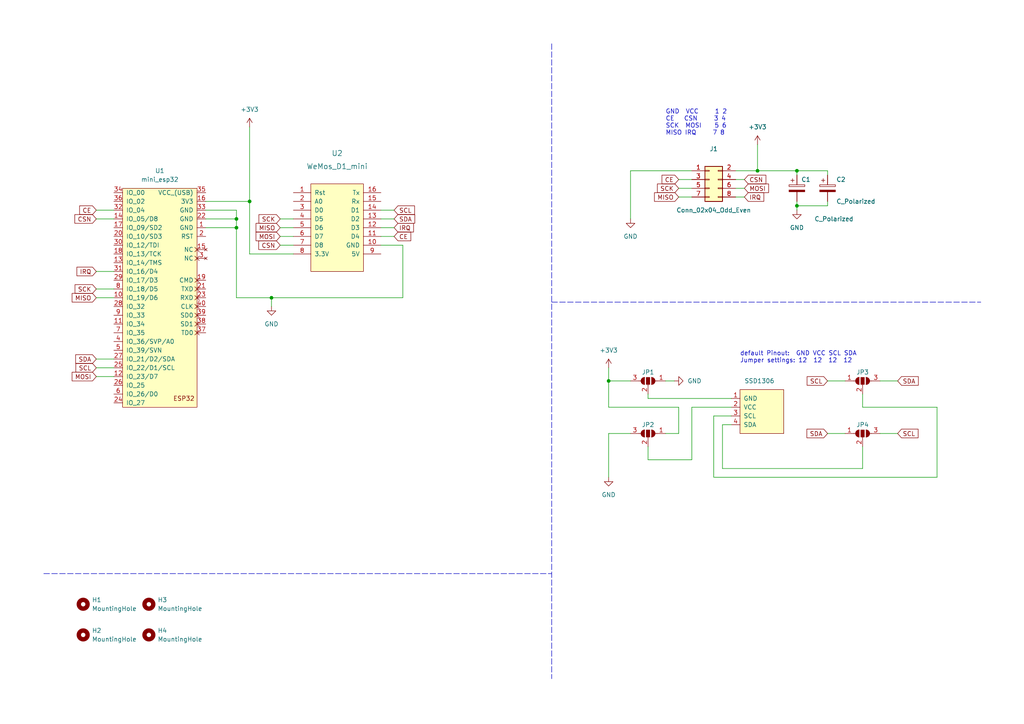
<source format=kicad_sch>
(kicad_sch (version 20211123) (generator eeschema)

  (uuid e63e39d7-6ac0-4ffd-8aa3-1841a4541b55)

  (paper "A4")

  (title_block
    (title "AhoyDTU PCB")
    (date "2023-01-04")
    (rev "1.0.1")
    (comment 1 "feel free to modify and improve")
  )

  (lib_symbols
    (symbol "Connector_Generic:Conn_02x04_Odd_Even" (pin_names (offset 1.016) hide) (in_bom yes) (on_board yes)
      (property "Reference" "J" (id 0) (at 1.27 5.08 0)
        (effects (font (size 1.27 1.27)))
      )
      (property "Value" "Conn_02x04_Odd_Even" (id 1) (at 1.27 -7.62 0)
        (effects (font (size 1.27 1.27)))
      )
      (property "Footprint" "" (id 2) (at 0 0 0)
        (effects (font (size 1.27 1.27)) hide)
      )
      (property "Datasheet" "~" (id 3) (at 0 0 0)
        (effects (font (size 1.27 1.27)) hide)
      )
      (property "ki_keywords" "connector" (id 4) (at 0 0 0)
        (effects (font (size 1.27 1.27)) hide)
      )
      (property "ki_description" "Generic connector, double row, 02x04, odd/even pin numbering scheme (row 1 odd numbers, row 2 even numbers), script generated (kicad-library-utils/schlib/autogen/connector/)" (id 5) (at 0 0 0)
        (effects (font (size 1.27 1.27)) hide)
      )
      (property "ki_fp_filters" "Connector*:*_2x??_*" (id 6) (at 0 0 0)
        (effects (font (size 1.27 1.27)) hide)
      )
      (symbol "Conn_02x04_Odd_Even_1_1"
        (rectangle (start -1.27 -4.953) (end 0 -5.207)
          (stroke (width 0.1524) (type default) (color 0 0 0 0))
          (fill (type none))
        )
        (rectangle (start -1.27 -2.413) (end 0 -2.667)
          (stroke (width 0.1524) (type default) (color 0 0 0 0))
          (fill (type none))
        )
        (rectangle (start -1.27 0.127) (end 0 -0.127)
          (stroke (width 0.1524) (type default) (color 0 0 0 0))
          (fill (type none))
        )
        (rectangle (start -1.27 2.667) (end 0 2.413)
          (stroke (width 0.1524) (type default) (color 0 0 0 0))
          (fill (type none))
        )
        (rectangle (start -1.27 3.81) (end 3.81 -6.35)
          (stroke (width 0.254) (type default) (color 0 0 0 0))
          (fill (type background))
        )
        (rectangle (start 3.81 -4.953) (end 2.54 -5.207)
          (stroke (width 0.1524) (type default) (color 0 0 0 0))
          (fill (type none))
        )
        (rectangle (start 3.81 -2.413) (end 2.54 -2.667)
          (stroke (width 0.1524) (type default) (color 0 0 0 0))
          (fill (type none))
        )
        (rectangle (start 3.81 0.127) (end 2.54 -0.127)
          (stroke (width 0.1524) (type default) (color 0 0 0 0))
          (fill (type none))
        )
        (rectangle (start 3.81 2.667) (end 2.54 2.413)
          (stroke (width 0.1524) (type default) (color 0 0 0 0))
          (fill (type none))
        )
        (pin passive line (at -5.08 2.54 0) (length 3.81)
          (name "Pin_1" (effects (font (size 1.27 1.27))))
          (number "1" (effects (font (size 1.27 1.27))))
        )
        (pin passive line (at 7.62 2.54 180) (length 3.81)
          (name "Pin_2" (effects (font (size 1.27 1.27))))
          (number "2" (effects (font (size 1.27 1.27))))
        )
        (pin passive line (at -5.08 0 0) (length 3.81)
          (name "Pin_3" (effects (font (size 1.27 1.27))))
          (number "3" (effects (font (size 1.27 1.27))))
        )
        (pin passive line (at 7.62 0 180) (length 3.81)
          (name "Pin_4" (effects (font (size 1.27 1.27))))
          (number "4" (effects (font (size 1.27 1.27))))
        )
        (pin passive line (at -5.08 -2.54 0) (length 3.81)
          (name "Pin_5" (effects (font (size 1.27 1.27))))
          (number "5" (effects (font (size 1.27 1.27))))
        )
        (pin passive line (at 7.62 -2.54 180) (length 3.81)
          (name "Pin_6" (effects (font (size 1.27 1.27))))
          (number "6" (effects (font (size 1.27 1.27))))
        )
        (pin passive line (at -5.08 -5.08 0) (length 3.81)
          (name "Pin_7" (effects (font (size 1.27 1.27))))
          (number "7" (effects (font (size 1.27 1.27))))
        )
        (pin passive line (at 7.62 -5.08 180) (length 3.81)
          (name "Pin_8" (effects (font (size 1.27 1.27))))
          (number "8" (effects (font (size 1.27 1.27))))
        )
      )
    )
    (symbol "Device:C_Polarized" (pin_numbers hide) (pin_names (offset 0.254)) (in_bom yes) (on_board yes)
      (property "Reference" "C" (id 0) (at 0.635 2.54 0)
        (effects (font (size 1.27 1.27)) (justify left))
      )
      (property "Value" "C_Polarized" (id 1) (at 0.635 -2.54 0)
        (effects (font (size 1.27 1.27)) (justify left))
      )
      (property "Footprint" "" (id 2) (at 0.9652 -3.81 0)
        (effects (font (size 1.27 1.27)) hide)
      )
      (property "Datasheet" "~" (id 3) (at 0 0 0)
        (effects (font (size 1.27 1.27)) hide)
      )
      (property "ki_keywords" "cap capacitor" (id 4) (at 0 0 0)
        (effects (font (size 1.27 1.27)) hide)
      )
      (property "ki_description" "Polarized capacitor" (id 5) (at 0 0 0)
        (effects (font (size 1.27 1.27)) hide)
      )
      (property "ki_fp_filters" "CP_*" (id 6) (at 0 0 0)
        (effects (font (size 1.27 1.27)) hide)
      )
      (symbol "C_Polarized_0_1"
        (rectangle (start -2.286 0.508) (end 2.286 1.016)
          (stroke (width 0) (type default) (color 0 0 0 0))
          (fill (type none))
        )
        (polyline
          (pts
            (xy -1.778 2.286)
            (xy -0.762 2.286)
          )
          (stroke (width 0) (type default) (color 0 0 0 0))
          (fill (type none))
        )
        (polyline
          (pts
            (xy -1.27 2.794)
            (xy -1.27 1.778)
          )
          (stroke (width 0) (type default) (color 0 0 0 0))
          (fill (type none))
        )
        (rectangle (start 2.286 -0.508) (end -2.286 -1.016)
          (stroke (width 0) (type default) (color 0 0 0 0))
          (fill (type outline))
        )
      )
      (symbol "C_Polarized_1_1"
        (pin passive line (at 0 3.81 270) (length 2.794)
          (name "~" (effects (font (size 1.27 1.27))))
          (number "1" (effects (font (size 1.27 1.27))))
        )
        (pin passive line (at 0 -3.81 90) (length 2.794)
          (name "~" (effects (font (size 1.27 1.27))))
          (number "2" (effects (font (size 1.27 1.27))))
        )
      )
    )
    (symbol "ESP32_mini:mini_esp32" (pin_names (offset 1.016)) (in_bom yes) (on_board yes)
      (property "Reference" "U" (id 0) (at -7.62 -50.8 0)
        (effects (font (size 1.27 1.27)))
      )
      (property "Value" "mini_esp32" (id 1) (at 5.08 -59.69 0)
        (effects (font (size 1.27 1.27)))
      )
      (property "Footprint" "" (id 2) (at 3.81 2.54 0)
        (effects (font (size 1.27 1.27)) hide)
      )
      (property "Datasheet" "" (id 3) (at 3.81 2.54 0)
        (effects (font (size 1.27 1.27)) hide)
      )
      (symbol "mini_esp32_0_0"
        (text "ESP32" (at 7.62 -62.23 0)
          (effects (font (size 1.27 1.27)))
        )
        (pin power_in line (at 13.97 -12.7 180) (length 2.54)
          (name "GND" (effects (font (size 1.27 1.27))))
          (number "1" (effects (font (size 1.27 1.27))))
        )
        (pin input line (at 13.97 -15.24 180) (length 2.54)
          (name "RST" (effects (font (size 1.27 1.27))))
          (number "2" (effects (font (size 1.27 1.27))))
        )
        (pin no_connect non_logic (at 13.97 -21.59 180) (length 2.54)
          (name "NC" (effects (font (size 1.27 1.27))))
          (number "3" (effects (font (size 1.27 1.27))))
        )
        (pin bidirectional line (at -12.7 -45.72 0) (length 2.54)
          (name "IO_36/SVP/A0" (effects (font (size 1.27 1.27))))
          (number "4" (effects (font (size 1.27 1.27))))
        )
        (pin bidirectional line (at -12.7 -48.26 0) (length 2.54)
          (name "IO_39/SVN" (effects (font (size 1.27 1.27))))
          (number "5" (effects (font (size 1.27 1.27))))
        )
      )
      (symbol "mini_esp32_0_1"
        (rectangle (start -10.16 -1.27) (end 11.43 -64.77)
          (stroke (width 0) (type default) (color 0 0 0 0))
          (fill (type background))
        )
      )
      (symbol "mini_esp32_1_1"
        (pin bidirectional line (at -12.7 -33.02 0) (length 2.54)
          (name "IO_19/D6" (effects (font (size 1.27 1.27))))
          (number "10" (effects (font (size 1.27 1.27))))
        )
        (pin bidirectional line (at -12.7 -40.64 0) (length 2.54)
          (name "IO_34" (effects (font (size 1.27 1.27))))
          (number "11" (effects (font (size 1.27 1.27))))
        )
        (pin bidirectional line (at -12.7 -55.88 0) (length 2.54)
          (name "IO_23/D7" (effects (font (size 1.27 1.27))))
          (number "12" (effects (font (size 1.27 1.27))))
        )
        (pin bidirectional line (at -12.7 -22.86 0) (length 2.54)
          (name "IO_14/TMS" (effects (font (size 1.27 1.27))))
          (number "13" (effects (font (size 1.27 1.27))))
        )
        (pin bidirectional line (at -12.7 -10.16 0) (length 2.54)
          (name "IO_05/D8" (effects (font (size 1.27 1.27))))
          (number "14" (effects (font (size 1.27 1.27))))
        )
        (pin no_connect non_logic (at 13.97 -19.05 180) (length 2.54)
          (name "NC" (effects (font (size 1.27 1.27))))
          (number "15" (effects (font (size 1.27 1.27))))
        )
        (pin power_in line (at 13.97 -5.08 180) (length 2.54)
          (name "3V3" (effects (font (size 1.27 1.27))))
          (number "16" (effects (font (size 1.27 1.27))))
        )
        (pin bidirectional line (at -12.7 -12.7 0) (length 2.54)
          (name "IO_09/SD2" (effects (font (size 1.27 1.27))))
          (number "17" (effects (font (size 1.27 1.27))))
        )
        (pin bidirectional line (at -12.7 -20.32 0) (length 2.54)
          (name "IO_13/TCK" (effects (font (size 1.27 1.27))))
          (number "18" (effects (font (size 1.27 1.27))))
        )
        (pin passive non_logic (at 13.97 -27.94 180) (length 2.54)
          (name "CMD" (effects (font (size 1.27 1.27))))
          (number "19" (effects (font (size 1.27 1.27))))
        )
        (pin bidirectional line (at -12.7 -15.24 0) (length 2.54)
          (name "IO_10/SD3" (effects (font (size 1.27 1.27))))
          (number "20" (effects (font (size 1.27 1.27))))
        )
        (pin passive non_logic (at 13.97 -30.48 180) (length 2.54)
          (name "TXD" (effects (font (size 1.27 1.27))))
          (number "21" (effects (font (size 1.27 1.27))))
        )
        (pin power_in line (at 13.97 -10.16 180) (length 2.54)
          (name "GND" (effects (font (size 1.27 1.27))))
          (number "22" (effects (font (size 1.27 1.27))))
        )
        (pin passive non_logic (at 13.97 -33.02 180) (length 2.54)
          (name "RXD" (effects (font (size 1.27 1.27))))
          (number "23" (effects (font (size 1.27 1.27))))
        )
        (pin bidirectional line (at -12.7 -63.5 0) (length 2.54)
          (name "IO_27" (effects (font (size 1.27 1.27))))
          (number "24" (effects (font (size 1.27 1.27))))
        )
        (pin bidirectional line (at -12.7 -53.34 0) (length 2.54)
          (name "IO_22/D1/SCL" (effects (font (size 1.27 1.27))))
          (number "25" (effects (font (size 1.27 1.27))))
        )
        (pin bidirectional line (at -12.7 -58.42 0) (length 2.54)
          (name "IO_25" (effects (font (size 1.27 1.27))))
          (number "26" (effects (font (size 1.27 1.27))))
        )
        (pin bidirectional line (at -12.7 -50.8 0) (length 2.54)
          (name "IO_21/D2/SDA" (effects (font (size 1.27 1.27))))
          (number "27" (effects (font (size 1.27 1.27))))
        )
        (pin bidirectional line (at -12.7 -35.56 0) (length 2.54)
          (name "IO_32" (effects (font (size 1.27 1.27))))
          (number "28" (effects (font (size 1.27 1.27))))
        )
        (pin bidirectional line (at -12.7 -27.94 0) (length 2.54)
          (name "IO_17/D3" (effects (font (size 1.27 1.27))))
          (number "29" (effects (font (size 1.27 1.27))))
        )
        (pin bidirectional line (at -12.7 -17.78 0) (length 2.54)
          (name "IO_12/TDI" (effects (font (size 1.27 1.27))))
          (number "30" (effects (font (size 1.27 1.27))))
        )
        (pin bidirectional line (at -12.7 -25.4 0) (length 2.54)
          (name "IO_16/D4" (effects (font (size 1.27 1.27))))
          (number "31" (effects (font (size 1.27 1.27))))
        )
        (pin bidirectional line (at -12.7 -7.62 0) (length 2.54)
          (name "IO_04" (effects (font (size 1.27 1.27))))
          (number "32" (effects (font (size 1.27 1.27))))
        )
        (pin power_in line (at 13.97 -7.62 180) (length 2.54)
          (name "GND" (effects (font (size 1.27 1.27))))
          (number "33" (effects (font (size 1.27 1.27))))
        )
        (pin bidirectional line (at -12.7 -2.54 0) (length 2.54)
          (name "IO_00" (effects (font (size 1.27 1.27))))
          (number "34" (effects (font (size 1.27 1.27))))
        )
        (pin power_in line (at 13.97 -2.54 180) (length 2.54)
          (name "VCC_(USB)" (effects (font (size 1.27 1.27))))
          (number "35" (effects (font (size 1.27 1.27))))
        )
        (pin bidirectional line (at -12.7 -5.08 0) (length 2.54)
          (name "IO_02" (effects (font (size 1.27 1.27))))
          (number "36" (effects (font (size 1.27 1.27))))
        )
        (pin passive non_logic (at 13.97 -43.18 180) (length 2.54)
          (name "TD0" (effects (font (size 1.27 1.27))))
          (number "37" (effects (font (size 1.27 1.27))))
        )
        (pin passive non_logic (at 13.97 -40.64 180) (length 2.54)
          (name "SD1" (effects (font (size 1.27 1.27))))
          (number "38" (effects (font (size 1.27 1.27))))
        )
        (pin passive non_logic (at 13.97 -38.1 180) (length 2.54)
          (name "SD0" (effects (font (size 1.27 1.27))))
          (number "39" (effects (font (size 1.27 1.27))))
        )
        (pin passive non_logic (at 13.97 -35.56 180) (length 2.54)
          (name "CLK" (effects (font (size 1.27 1.27))))
          (number "40" (effects (font (size 1.27 1.27))))
        )
        (pin bidirectional line (at -12.7 -60.96 0) (length 2.54)
          (name "IO_26/D0" (effects (font (size 1.27 1.27))))
          (number "6" (effects (font (size 1.27 1.27))))
        )
        (pin bidirectional line (at -12.7 -43.18 0) (length 2.54)
          (name "IO_35" (effects (font (size 1.27 1.27))))
          (number "7" (effects (font (size 1.27 1.27))))
        )
        (pin bidirectional line (at -12.7 -30.48 0) (length 2.54)
          (name "IO_18/D5" (effects (font (size 1.27 1.27))))
          (number "8" (effects (font (size 1.27 1.27))))
        )
        (pin bidirectional line (at -12.7 -38.1 0) (length 2.54)
          (name "IO_33" (effects (font (size 1.27 1.27))))
          (number "9" (effects (font (size 1.27 1.27))))
        )
      )
    )
    (symbol "Jumper:SolderJumper_3_Open" (pin_names (offset 0) hide) (in_bom yes) (on_board yes)
      (property "Reference" "JP" (id 0) (at -2.54 -2.54 0)
        (effects (font (size 1.27 1.27)))
      )
      (property "Value" "SolderJumper_3_Open" (id 1) (at 0 2.794 0)
        (effects (font (size 1.27 1.27)))
      )
      (property "Footprint" "" (id 2) (at 0 0 0)
        (effects (font (size 1.27 1.27)) hide)
      )
      (property "Datasheet" "~" (id 3) (at 0 0 0)
        (effects (font (size 1.27 1.27)) hide)
      )
      (property "ki_keywords" "Solder Jumper SPDT" (id 4) (at 0 0 0)
        (effects (font (size 1.27 1.27)) hide)
      )
      (property "ki_description" "Solder Jumper, 3-pole, open" (id 5) (at 0 0 0)
        (effects (font (size 1.27 1.27)) hide)
      )
      (property "ki_fp_filters" "SolderJumper*Open*" (id 6) (at 0 0 0)
        (effects (font (size 1.27 1.27)) hide)
      )
      (symbol "SolderJumper_3_Open_0_1"
        (arc (start -1.016 1.016) (mid -2.032 0) (end -1.016 -1.016)
          (stroke (width 0) (type default) (color 0 0 0 0))
          (fill (type none))
        )
        (arc (start -1.016 1.016) (mid -2.032 0) (end -1.016 -1.016)
          (stroke (width 0) (type default) (color 0 0 0 0))
          (fill (type outline))
        )
        (rectangle (start -0.508 1.016) (end 0.508 -1.016)
          (stroke (width 0) (type default) (color 0 0 0 0))
          (fill (type outline))
        )
        (polyline
          (pts
            (xy -2.54 0)
            (xy -2.032 0)
          )
          (stroke (width 0) (type default) (color 0 0 0 0))
          (fill (type none))
        )
        (polyline
          (pts
            (xy -1.016 1.016)
            (xy -1.016 -1.016)
          )
          (stroke (width 0) (type default) (color 0 0 0 0))
          (fill (type none))
        )
        (polyline
          (pts
            (xy 0 -1.27)
            (xy 0 -1.016)
          )
          (stroke (width 0) (type default) (color 0 0 0 0))
          (fill (type none))
        )
        (polyline
          (pts
            (xy 1.016 1.016)
            (xy 1.016 -1.016)
          )
          (stroke (width 0) (type default) (color 0 0 0 0))
          (fill (type none))
        )
        (polyline
          (pts
            (xy 2.54 0)
            (xy 2.032 0)
          )
          (stroke (width 0) (type default) (color 0 0 0 0))
          (fill (type none))
        )
        (arc (start 1.016 -1.016) (mid 2.032 0) (end 1.016 1.016)
          (stroke (width 0) (type default) (color 0 0 0 0))
          (fill (type none))
        )
        (arc (start 1.016 -1.016) (mid 2.032 0) (end 1.016 1.016)
          (stroke (width 0) (type default) (color 0 0 0 0))
          (fill (type outline))
        )
      )
      (symbol "SolderJumper_3_Open_1_1"
        (pin passive line (at -5.08 0 0) (length 2.54)
          (name "A" (effects (font (size 1.27 1.27))))
          (number "1" (effects (font (size 1.27 1.27))))
        )
        (pin input line (at 0 -3.81 90) (length 2.54)
          (name "C" (effects (font (size 1.27 1.27))))
          (number "2" (effects (font (size 1.27 1.27))))
        )
        (pin passive line (at 5.08 0 180) (length 2.54)
          (name "B" (effects (font (size 1.27 1.27))))
          (number "3" (effects (font (size 1.27 1.27))))
        )
      )
    )
    (symbol "Mechanical:MountingHole" (pin_names (offset 1.016)) (in_bom yes) (on_board yes)
      (property "Reference" "H" (id 0) (at 0 5.08 0)
        (effects (font (size 1.27 1.27)))
      )
      (property "Value" "MountingHole" (id 1) (at 0 3.175 0)
        (effects (font (size 1.27 1.27)))
      )
      (property "Footprint" "" (id 2) (at 0 0 0)
        (effects (font (size 1.27 1.27)) hide)
      )
      (property "Datasheet" "~" (id 3) (at 0 0 0)
        (effects (font (size 1.27 1.27)) hide)
      )
      (property "ki_keywords" "mounting hole" (id 4) (at 0 0 0)
        (effects (font (size 1.27 1.27)) hide)
      )
      (property "ki_description" "Mounting Hole without connection" (id 5) (at 0 0 0)
        (effects (font (size 1.27 1.27)) hide)
      )
      (property "ki_fp_filters" "MountingHole*" (id 6) (at 0 0 0)
        (effects (font (size 1.27 1.27)) hide)
      )
      (symbol "MountingHole_0_1"
        (circle (center 0 0) (radius 1.27)
          (stroke (width 1.27) (type default) (color 0 0 0 0))
          (fill (type none))
        )
      )
    )
    (symbol "SSD1306-128x64_OLED:SSD1306" (pin_names (offset 1.016)) (in_bom yes) (on_board yes)
      (property "Reference" "Brd" (id 0) (at 0 -3.81 0)
        (effects (font (size 1.27 1.27)))
      )
      (property "Value" "SSD1306" (id 1) (at 0 -1.27 0)
        (effects (font (size 1.27 1.27)))
      )
      (property "Footprint" "" (id 2) (at 0 6.35 0)
        (effects (font (size 1.27 1.27)) hide)
      )
      (property "Datasheet" "" (id 3) (at 0 6.35 0)
        (effects (font (size 1.27 1.27)) hide)
      )
      (property "ki_keywords" "SSD1306" (id 4) (at 0 0 0)
        (effects (font (size 1.27 1.27)) hide)
      )
      (property "ki_description" "SSD1306 OLED" (id 5) (at 0 0 0)
        (effects (font (size 1.27 1.27)) hide)
      )
      (property "ki_fp_filters" "SSD1306-128x64_OLED:SSD1306" (id 6) (at 0 0 0)
        (effects (font (size 1.27 1.27)) hide)
      )
      (symbol "SSD1306_0_1"
        (rectangle (start -6.35 6.35) (end 6.35 -6.35)
          (stroke (width 0) (type default) (color 0 0 0 0))
          (fill (type background))
        )
      )
      (symbol "SSD1306_1_1"
        (pin input line (at -3.81 8.89 270) (length 2.54)
          (name "GND" (effects (font (size 1.27 1.27))))
          (number "1" (effects (font (size 1.27 1.27))))
        )
        (pin input line (at -1.27 8.89 270) (length 2.54)
          (name "VCC" (effects (font (size 1.27 1.27))))
          (number "2" (effects (font (size 1.27 1.27))))
        )
        (pin input line (at 1.27 8.89 270) (length 2.54)
          (name "SCL" (effects (font (size 1.27 1.27))))
          (number "3" (effects (font (size 1.27 1.27))))
        )
        (pin input line (at 3.81 8.89 270) (length 2.54)
          (name "SDA" (effects (font (size 1.27 1.27))))
          (number "4" (effects (font (size 1.27 1.27))))
        )
      )
    )
    (symbol "power:+3V3" (power) (pin_names (offset 0)) (in_bom yes) (on_board yes)
      (property "Reference" "#PWR" (id 0) (at 0 -3.81 0)
        (effects (font (size 1.27 1.27)) hide)
      )
      (property "Value" "+3V3" (id 1) (at 0 3.556 0)
        (effects (font (size 1.27 1.27)))
      )
      (property "Footprint" "" (id 2) (at 0 0 0)
        (effects (font (size 1.27 1.27)) hide)
      )
      (property "Datasheet" "" (id 3) (at 0 0 0)
        (effects (font (size 1.27 1.27)) hide)
      )
      (property "ki_keywords" "power-flag" (id 4) (at 0 0 0)
        (effects (font (size 1.27 1.27)) hide)
      )
      (property "ki_description" "Power symbol creates a global label with name \"+3V3\"" (id 5) (at 0 0 0)
        (effects (font (size 1.27 1.27)) hide)
      )
      (symbol "+3V3_0_1"
        (polyline
          (pts
            (xy -0.762 1.27)
            (xy 0 2.54)
          )
          (stroke (width 0) (type default) (color 0 0 0 0))
          (fill (type none))
        )
        (polyline
          (pts
            (xy 0 0)
            (xy 0 2.54)
          )
          (stroke (width 0) (type default) (color 0 0 0 0))
          (fill (type none))
        )
        (polyline
          (pts
            (xy 0 2.54)
            (xy 0.762 1.27)
          )
          (stroke (width 0) (type default) (color 0 0 0 0))
          (fill (type none))
        )
      )
      (symbol "+3V3_1_1"
        (pin power_in line (at 0 0 90) (length 0) hide
          (name "+3V3" (effects (font (size 1.27 1.27))))
          (number "1" (effects (font (size 1.27 1.27))))
        )
      )
    )
    (symbol "power:GND" (power) (pin_names (offset 0)) (in_bom yes) (on_board yes)
      (property "Reference" "#PWR" (id 0) (at 0 -6.35 0)
        (effects (font (size 1.27 1.27)) hide)
      )
      (property "Value" "GND" (id 1) (at 0 -3.81 0)
        (effects (font (size 1.27 1.27)))
      )
      (property "Footprint" "" (id 2) (at 0 0 0)
        (effects (font (size 1.27 1.27)) hide)
      )
      (property "Datasheet" "" (id 3) (at 0 0 0)
        (effects (font (size 1.27 1.27)) hide)
      )
      (property "ki_keywords" "power-flag" (id 4) (at 0 0 0)
        (effects (font (size 1.27 1.27)) hide)
      )
      (property "ki_description" "Power symbol creates a global label with name \"GND\" , ground" (id 5) (at 0 0 0)
        (effects (font (size 1.27 1.27)) hide)
      )
      (symbol "GND_0_1"
        (polyline
          (pts
            (xy 0 0)
            (xy 0 -1.27)
            (xy 1.27 -1.27)
            (xy 0 -2.54)
            (xy -1.27 -1.27)
            (xy 0 -1.27)
          )
          (stroke (width 0) (type default) (color 0 0 0 0))
          (fill (type none))
        )
      )
      (symbol "GND_1_1"
        (pin power_in line (at 0 0 270) (length 0) hide
          (name "GND" (effects (font (size 1.27 1.27))))
          (number "1" (effects (font (size 1.27 1.27))))
        )
      )
    )
    (symbol "wemos_mini:WeMos_D1_mini" (pin_names (offset 1.016)) (in_bom yes) (on_board yes)
      (property "Reference" "U2" (id 0) (at 0 20.32 0)
        (effects (font (size 1.524 1.524)))
      )
      (property "Value" "WeMos_D1_mini" (id 1) (at 0 16.51 0)
        (effects (font (size 1.524 1.524)))
      )
      (property "Footprint" "wemos-d1-mini:wemos-d1-mini-with-pin-header-and-connector" (id 2) (at 13.97 -17.78 0)
        (effects (font (size 1.524 1.524)) hide)
      )
      (property "Datasheet" "http://www.wemos.cc/Products/d1_mini.html" (id 3) (at 0 12.7 0)
        (effects (font (size 1.524 1.524)))
      )
      (property "ki_keywords" "esp8266, wemos" (id 4) (at 0 0 0)
        (effects (font (size 1.27 1.27)) hide)
      )
      (property "ki_description" "WeMos D1 mini" (id 5) (at 0 0 0)
        (effects (font (size 1.27 1.27)) hide)
      )
      (symbol "WeMos_D1_mini_0_1"
        (rectangle (start -7.62 11.43) (end 7.62 -13.97)
          (stroke (width 0) (type default) (color 0 0 0 0))
          (fill (type background))
        )
      )
      (symbol "WeMos_D1_mini_1_1"
        (pin bidirectional line (at -12.7 8.89 0) (length 5.08)
          (name "Rst" (effects (font (size 1.27 1.27))))
          (number "1" (effects (font (size 1.27 1.27))))
        )
        (pin power_in line (at 12.7 -6.35 180) (length 5.08)
          (name "GND" (effects (font (size 1.27 1.27))))
          (number "10" (effects (font (size 1.27 1.27))))
        )
        (pin bidirectional line (at 12.7 -3.81 180) (length 5.08)
          (name "D4" (effects (font (size 1.27 1.27))))
          (number "11" (effects (font (size 1.27 1.27))))
        )
        (pin bidirectional line (at 12.7 -1.27 180) (length 5.08)
          (name "D3" (effects (font (size 1.27 1.27))))
          (number "12" (effects (font (size 1.27 1.27))))
        )
        (pin bidirectional line (at 12.7 1.27 180) (length 5.08)
          (name "D2" (effects (font (size 1.27 1.27))))
          (number "13" (effects (font (size 1.27 1.27))))
        )
        (pin bidirectional line (at 12.7 3.81 180) (length 5.08)
          (name "D1" (effects (font (size 1.27 1.27))))
          (number "14" (effects (font (size 1.27 1.27))))
        )
        (pin bidirectional line (at 12.7 6.35 180) (length 5.08)
          (name "Rx" (effects (font (size 1.27 1.27))))
          (number "15" (effects (font (size 1.27 1.27))))
        )
        (pin bidirectional line (at 12.7 8.89 180) (length 5.08)
          (name "Tx" (effects (font (size 1.27 1.27))))
          (number "16" (effects (font (size 1.27 1.27))))
        )
        (pin bidirectional line (at -12.7 6.35 0) (length 5.08)
          (name "A0" (effects (font (size 1.27 1.27))))
          (number "2" (effects (font (size 1.27 1.27))))
        )
        (pin bidirectional line (at -12.7 3.81 0) (length 5.08)
          (name "D0" (effects (font (size 1.27 1.27))))
          (number "3" (effects (font (size 1.27 1.27))))
        )
        (pin bidirectional line (at -12.7 1.27 0) (length 5.08)
          (name "D5" (effects (font (size 1.27 1.27))))
          (number "4" (effects (font (size 1.27 1.27))))
        )
        (pin bidirectional line (at -12.7 -1.27 0) (length 5.08)
          (name "D6" (effects (font (size 1.27 1.27))))
          (number "5" (effects (font (size 1.27 1.27))))
        )
        (pin bidirectional line (at -12.7 -3.81 0) (length 5.08)
          (name "D7" (effects (font (size 1.27 1.27))))
          (number "6" (effects (font (size 1.27 1.27))))
        )
        (pin bidirectional line (at -12.7 -6.35 0) (length 5.08)
          (name "D8" (effects (font (size 1.27 1.27))))
          (number "7" (effects (font (size 1.27 1.27))))
        )
        (pin power_out line (at -12.7 -8.89 0) (length 5.08)
          (name "3.3V" (effects (font (size 1.27 1.27))))
          (number "8" (effects (font (size 1.27 1.27))))
        )
        (pin power_in line (at 12.7 -8.89 180) (length 5.08)
          (name "5V" (effects (font (size 1.27 1.27))))
          (number "9" (effects (font (size 1.27 1.27))))
        )
      )
    )
  )

  (junction (at 231.14 49.53) (diameter 0) (color 0 0 0 0)
    (uuid 177148f9-8f0f-4982-8a97-c338508c403f)
  )
  (junction (at 68.58 63.5) (diameter 0) (color 0 0 0 0)
    (uuid 39f4a000-2418-40bd-ac22-e7e5d828c0cd)
  )
  (junction (at 219.71 49.53) (diameter 0) (color 0 0 0 0)
    (uuid 5af5cf54-f12e-4300-a03c-41a0c8a4bd60)
  )
  (junction (at 72.39 58.42) (diameter 0) (color 0 0 0 0)
    (uuid 91a2933c-604f-48e6-a7d4-d06211efa2ef)
  )
  (junction (at 176.53 110.49) (diameter 0) (color 0 0 0 0)
    (uuid adf46ad8-fe1b-4fd5-8e37-87f60381732e)
  )
  (junction (at 68.58 66.04) (diameter 0) (color 0 0 0 0)
    (uuid bb169485-ea91-48f0-84f9-8d0dc38623fa)
  )
  (junction (at 78.74 86.36) (diameter 0) (color 0 0 0 0)
    (uuid d6564cac-5ea8-4cbe-b776-b55834e12c79)
  )
  (junction (at 231.14 59.69) (diameter 0) (color 0 0 0 0)
    (uuid dd1b2aa3-e4a6-4e1f-ae6b-604f6f803358)
  )

  (wire (pts (xy 116.84 86.36) (xy 78.74 86.36))
    (stroke (width 0) (type default) (color 0 0 0 0))
    (uuid 04b002c5-b0ed-45ea-8acf-6f312ef24433)
  )
  (wire (pts (xy 27.94 60.96) (xy 33.02 60.96))
    (stroke (width 0) (type default) (color 0 0 0 0))
    (uuid 0622bf08-72e3-48bc-ae17-fef8f6eab35f)
  )
  (wire (pts (xy 193.04 110.49) (xy 195.58 110.49))
    (stroke (width 0) (type default) (color 0 0 0 0))
    (uuid 089d7e66-1cf1-4b85-9060-39fd35ca595d)
  )
  (wire (pts (xy 209.55 123.19) (xy 209.55 135.89))
    (stroke (width 0) (type default) (color 0 0 0 0))
    (uuid 08ff838c-8130-4b86-9d11-08c1de7a1d5f)
  )
  (wire (pts (xy 110.49 71.12) (xy 116.84 71.12))
    (stroke (width 0) (type default) (color 0 0 0 0))
    (uuid 0d727d76-f294-4ba1-bb5d-4ad8208ca67d)
  )
  (wire (pts (xy 196.85 52.07) (xy 200.66 52.07))
    (stroke (width 0) (type default) (color 0 0 0 0))
    (uuid 10f718f6-efbf-4143-b39b-96b67a994ce5)
  )
  (wire (pts (xy 193.04 125.73) (xy 196.85 125.73))
    (stroke (width 0) (type default) (color 0 0 0 0))
    (uuid 16ded550-892e-4d68-b9ea-ec77a0fe509e)
  )
  (wire (pts (xy 59.69 58.42) (xy 72.39 58.42))
    (stroke (width 0) (type default) (color 0 0 0 0))
    (uuid 1a00a8a7-1cab-405e-bcde-80490dfdd8ce)
  )
  (wire (pts (xy 219.71 41.91) (xy 219.71 49.53))
    (stroke (width 0) (type default) (color 0 0 0 0))
    (uuid 1b5d7dc9-5cfd-464e-b180-00317aa95f69)
  )
  (wire (pts (xy 110.49 60.96) (xy 114.3 60.96))
    (stroke (width 0) (type default) (color 0 0 0 0))
    (uuid 1d6db20e-05e7-4d72-ab75-12c27a603259)
  )
  (wire (pts (xy 240.03 59.69) (xy 231.14 59.69))
    (stroke (width 0) (type default) (color 0 0 0 0))
    (uuid 1dc865d6-91ca-4bce-a4e2-d106d35266ea)
  )
  (wire (pts (xy 231.14 49.53) (xy 219.71 49.53))
    (stroke (width 0) (type default) (color 0 0 0 0))
    (uuid 20009ba1-a0c9-444f-83ef-5a271dbc6b7c)
  )
  (wire (pts (xy 240.03 49.53) (xy 240.03 50.8))
    (stroke (width 0) (type default) (color 0 0 0 0))
    (uuid 20e3c8eb-8f33-49e2-b96a-d381a58ac4ab)
  )
  (wire (pts (xy 81.28 68.58) (xy 85.09 68.58))
    (stroke (width 0) (type default) (color 0 0 0 0))
    (uuid 219c6389-7a0f-4d68-8970-cb7c1317a596)
  )
  (wire (pts (xy 27.94 83.82) (xy 33.02 83.82))
    (stroke (width 0) (type default) (color 0 0 0 0))
    (uuid 2481cc56-6035-4c7b-8093-dddd6d33a157)
  )
  (wire (pts (xy 110.49 66.04) (xy 114.3 66.04))
    (stroke (width 0) (type default) (color 0 0 0 0))
    (uuid 276975ef-b0db-475f-9c0f-7e0b3b316761)
  )
  (wire (pts (xy 231.14 50.8) (xy 231.14 49.53))
    (stroke (width 0) (type default) (color 0 0 0 0))
    (uuid 2b16f452-7b5f-4686-8859-84d2a8067fa8)
  )
  (wire (pts (xy 213.36 49.53) (xy 219.71 49.53))
    (stroke (width 0) (type default) (color 0 0 0 0))
    (uuid 2f670324-aec0-491f-a8b2-53fe0726a16c)
  )
  (wire (pts (xy 72.39 73.66) (xy 72.39 58.42))
    (stroke (width 0) (type default) (color 0 0 0 0))
    (uuid 2f9c7708-68e6-41ee-b67d-28b6d417d749)
  )
  (wire (pts (xy 255.27 125.73) (xy 260.35 125.73))
    (stroke (width 0) (type default) (color 0 0 0 0))
    (uuid 33cd47ed-fd02-498c-92bc-93062542a45c)
  )
  (wire (pts (xy 68.58 86.36) (xy 78.74 86.36))
    (stroke (width 0) (type default) (color 0 0 0 0))
    (uuid 34bf5a03-48a7-4f97-85a0-b66fc049b9e2)
  )
  (wire (pts (xy 68.58 66.04) (xy 68.58 86.36))
    (stroke (width 0) (type default) (color 0 0 0 0))
    (uuid 3ed9e81c-b0e5-4356-9037-b32f8551aea6)
  )
  (wire (pts (xy 72.39 36.83) (xy 72.39 58.42))
    (stroke (width 0) (type default) (color 0 0 0 0))
    (uuid 3f08b86b-3b1e-4638-9bd2-629b3475c02f)
  )
  (wire (pts (xy 176.53 125.73) (xy 182.88 125.73))
    (stroke (width 0) (type default) (color 0 0 0 0))
    (uuid 440beb3a-eac4-4395-b4a8-dd0ad966a58b)
  )
  (wire (pts (xy 209.55 135.89) (xy 250.19 135.89))
    (stroke (width 0) (type default) (color 0 0 0 0))
    (uuid 4a08172c-d4f8-4d75-8ac9-39648d7d0c14)
  )
  (wire (pts (xy 59.69 63.5) (xy 68.58 63.5))
    (stroke (width 0) (type default) (color 0 0 0 0))
    (uuid 4bf0a20b-c1c1-4b65-8aab-120ae4e13d71)
  )
  (wire (pts (xy 176.53 110.49) (xy 182.88 110.49))
    (stroke (width 0) (type default) (color 0 0 0 0))
    (uuid 4bf249d7-f395-4206-9988-4fcfab9859db)
  )
  (wire (pts (xy 196.85 118.11) (xy 176.53 118.11))
    (stroke (width 0) (type default) (color 0 0 0 0))
    (uuid 4ead5399-bfee-4fb0-81a1-c29a829a1e37)
  )
  (wire (pts (xy 27.94 106.68) (xy 33.02 106.68))
    (stroke (width 0) (type default) (color 0 0 0 0))
    (uuid 4f6c0664-4549-49ae-af0d-6cf06e77d059)
  )
  (wire (pts (xy 215.9 57.15) (xy 213.36 57.15))
    (stroke (width 0) (type default) (color 0 0 0 0))
    (uuid 59ba1b9f-bf3f-4f25-ba4a-9b773e9cbf5c)
  )
  (wire (pts (xy 196.85 54.61) (xy 200.66 54.61))
    (stroke (width 0) (type default) (color 0 0 0 0))
    (uuid 5a4201b9-a60d-4105-9d69-5e126afb5003)
  )
  (polyline (pts (xy 160.02 87.63) (xy 284.48 87.63))
    (stroke (width 0) (type default) (color 0 0 0 0))
    (uuid 5ea38b6e-1f1d-4560-952d-46d0561a6f13)
  )

  (wire (pts (xy 68.58 60.96) (xy 68.58 63.5))
    (stroke (width 0) (type default) (color 0 0 0 0))
    (uuid 5f2a2293-fd4b-4ab0-9a08-f59aaf51af88)
  )
  (wire (pts (xy 212.09 123.19) (xy 209.55 123.19))
    (stroke (width 0) (type default) (color 0 0 0 0))
    (uuid 64d67544-d9f0-4e49-9c3e-b8ae4a46daa7)
  )
  (wire (pts (xy 231.14 58.42) (xy 231.14 59.69))
    (stroke (width 0) (type default) (color 0 0 0 0))
    (uuid 67672e82-97e4-47ab-b957-cf9ca30dd2f4)
  )
  (polyline (pts (xy 160.02 12.7) (xy 160.02 196.85))
    (stroke (width 0) (type default) (color 0 0 0 0))
    (uuid 698e7802-c4d6-47af-92c1-e7508bd81750)
  )

  (wire (pts (xy 231.14 59.69) (xy 231.14 60.96))
    (stroke (width 0) (type default) (color 0 0 0 0))
    (uuid 6d11a523-a34a-4da6-972b-b4a1a35d1f94)
  )
  (wire (pts (xy 212.09 118.11) (xy 200.66 118.11))
    (stroke (width 0) (type default) (color 0 0 0 0))
    (uuid 6dcd3061-4e3f-4744-a6a6-3f0071699844)
  )
  (wire (pts (xy 207.01 120.65) (xy 212.09 120.65))
    (stroke (width 0) (type default) (color 0 0 0 0))
    (uuid 749586ef-492c-4fda-8cac-5a74c4be4690)
  )
  (wire (pts (xy 200.66 49.53) (xy 182.88 49.53))
    (stroke (width 0) (type default) (color 0 0 0 0))
    (uuid 74faa828-95ae-4893-bdf1-860959d76396)
  )
  (wire (pts (xy 85.09 73.66) (xy 72.39 73.66))
    (stroke (width 0) (type default) (color 0 0 0 0))
    (uuid 7af7eedd-7f5e-4739-ae38-452967c83cd2)
  )
  (wire (pts (xy 27.94 63.5) (xy 33.02 63.5))
    (stroke (width 0) (type default) (color 0 0 0 0))
    (uuid 8179f7a8-25ca-49a7-bca1-4a347931c2e0)
  )
  (wire (pts (xy 110.49 68.58) (xy 114.3 68.58))
    (stroke (width 0) (type default) (color 0 0 0 0))
    (uuid 82c077bf-6b2c-424e-8bd4-adabc213360e)
  )
  (wire (pts (xy 240.03 125.73) (xy 245.11 125.73))
    (stroke (width 0) (type default) (color 0 0 0 0))
    (uuid 9142df7b-53ec-430b-ad56-32ff8d94ff11)
  )
  (wire (pts (xy 81.28 63.5) (xy 85.09 63.5))
    (stroke (width 0) (type default) (color 0 0 0 0))
    (uuid 954ca1b2-ccc1-460f-9285-60bc864530aa)
  )
  (wire (pts (xy 196.85 125.73) (xy 196.85 118.11))
    (stroke (width 0) (type default) (color 0 0 0 0))
    (uuid 9bb45023-0373-4124-94a3-718923931ae9)
  )
  (wire (pts (xy 78.74 86.36) (xy 78.74 88.9))
    (stroke (width 0) (type default) (color 0 0 0 0))
    (uuid 9c3f1f93-d5c8-482a-9a86-683e617451bc)
  )
  (wire (pts (xy 176.53 110.49) (xy 176.53 118.11))
    (stroke (width 0) (type default) (color 0 0 0 0))
    (uuid 9c988d2c-0ff6-403f-aa06-d776cdb6548e)
  )
  (wire (pts (xy 68.58 63.5) (xy 68.58 66.04))
    (stroke (width 0) (type default) (color 0 0 0 0))
    (uuid 9e6ee391-d8e5-4099-85e7-2d26cc522325)
  )
  (wire (pts (xy 250.19 135.89) (xy 250.19 129.54))
    (stroke (width 0) (type default) (color 0 0 0 0))
    (uuid a6f452c5-4db5-48ab-967b-be5fbf4a82d4)
  )
  (wire (pts (xy 196.85 57.15) (xy 200.66 57.15))
    (stroke (width 0) (type default) (color 0 0 0 0))
    (uuid ad9e41a3-cdb4-4b80-aef2-0c65ee7ac3c7)
  )
  (wire (pts (xy 187.96 115.57) (xy 187.96 114.3))
    (stroke (width 0) (type default) (color 0 0 0 0))
    (uuid afdc36aa-0d77-4562-a677-9a4d3f4ab980)
  )
  (wire (pts (xy 27.94 104.14) (xy 33.02 104.14))
    (stroke (width 0) (type default) (color 0 0 0 0))
    (uuid b139b84f-c3af-4879-bcf4-dc1250c4be79)
  )
  (polyline (pts (xy 12.7 166.37) (xy 160.02 166.37))
    (stroke (width 0) (type default) (color 0 0 0 0))
    (uuid b37a1292-31db-4aa1-80d2-80e1a7976258)
  )

  (wire (pts (xy 182.88 49.53) (xy 182.88 63.5))
    (stroke (width 0) (type default) (color 0 0 0 0))
    (uuid ba0946b6-4288-4422-b81a-9ca506e3a96e)
  )
  (wire (pts (xy 255.27 110.49) (xy 260.35 110.49))
    (stroke (width 0) (type default) (color 0 0 0 0))
    (uuid bf66249a-96e5-4ac4-9646-96a2493c6ed0)
  )
  (wire (pts (xy 207.01 120.65) (xy 207.01 138.43))
    (stroke (width 0) (type default) (color 0 0 0 0))
    (uuid c15e6e5f-e882-466a-b21a-e20d42f25ce6)
  )
  (wire (pts (xy 187.96 129.54) (xy 187.96 133.35))
    (stroke (width 0) (type default) (color 0 0 0 0))
    (uuid c31520a2-9ee1-4472-8736-fd678daac14c)
  )
  (wire (pts (xy 81.28 71.12) (xy 85.09 71.12))
    (stroke (width 0) (type default) (color 0 0 0 0))
    (uuid c355a84a-fd86-4133-8d59-a4c4c9b494ce)
  )
  (wire (pts (xy 212.09 115.57) (xy 187.96 115.57))
    (stroke (width 0) (type default) (color 0 0 0 0))
    (uuid c4b585c4-87cc-4740-a6fd-c97feeaedfd4)
  )
  (wire (pts (xy 240.03 110.49) (xy 245.11 110.49))
    (stroke (width 0) (type default) (color 0 0 0 0))
    (uuid c8d2bc33-1b43-4d52-b1ef-5cc487b2345f)
  )
  (wire (pts (xy 213.36 52.07) (xy 215.9 52.07))
    (stroke (width 0) (type default) (color 0 0 0 0))
    (uuid c9494eea-a92e-41ee-83d6-7fde7a0d0d70)
  )
  (wire (pts (xy 200.66 133.35) (xy 187.96 133.35))
    (stroke (width 0) (type default) (color 0 0 0 0))
    (uuid cc304f4b-1853-407f-8b94-9c0975c04a47)
  )
  (wire (pts (xy 250.19 118.11) (xy 250.19 114.3))
    (stroke (width 0) (type default) (color 0 0 0 0))
    (uuid cdfdedd9-65fb-4595-b682-894237feac86)
  )
  (wire (pts (xy 59.69 60.96) (xy 68.58 60.96))
    (stroke (width 0) (type default) (color 0 0 0 0))
    (uuid d05b2332-5d1a-4fa5-9233-c1d2cf7d1c7e)
  )
  (wire (pts (xy 176.53 125.73) (xy 176.53 138.43))
    (stroke (width 0) (type default) (color 0 0 0 0))
    (uuid d77f7113-6112-4663-b468-3fcbcdd7b410)
  )
  (wire (pts (xy 116.84 71.12) (xy 116.84 86.36))
    (stroke (width 0) (type default) (color 0 0 0 0))
    (uuid d7e64f52-35f3-4028-9f88-258cdc439a9d)
  )
  (wire (pts (xy 207.01 138.43) (xy 271.78 138.43))
    (stroke (width 0) (type default) (color 0 0 0 0))
    (uuid d9d40b02-b8e1-4e6a-b7bf-8d5d19c42fcd)
  )
  (wire (pts (xy 200.66 118.11) (xy 200.66 133.35))
    (stroke (width 0) (type default) (color 0 0 0 0))
    (uuid dac107e2-6ecc-45eb-a50e-17d29bdb119f)
  )
  (wire (pts (xy 240.03 49.53) (xy 231.14 49.53))
    (stroke (width 0) (type default) (color 0 0 0 0))
    (uuid db76a492-e672-4dba-bea7-c36487286d56)
  )
  (wire (pts (xy 27.94 86.36) (xy 33.02 86.36))
    (stroke (width 0) (type default) (color 0 0 0 0))
    (uuid dc40c106-aa2a-42ed-86da-e0d7e3120be2)
  )
  (wire (pts (xy 240.03 58.42) (xy 240.03 59.69))
    (stroke (width 0) (type default) (color 0 0 0 0))
    (uuid dcc29ac6-2987-496c-8030-5aa661ecc70f)
  )
  (wire (pts (xy 110.49 63.5) (xy 114.3 63.5))
    (stroke (width 0) (type default) (color 0 0 0 0))
    (uuid df4535ed-34d0-41f6-ac8c-24da17214f36)
  )
  (wire (pts (xy 176.53 106.68) (xy 176.53 110.49))
    (stroke (width 0) (type default) (color 0 0 0 0))
    (uuid ea6f27cc-dec3-4415-9ee9-9ef5cdd90aa6)
  )
  (wire (pts (xy 81.28 66.04) (xy 85.09 66.04))
    (stroke (width 0) (type default) (color 0 0 0 0))
    (uuid ea9d6137-63b3-4991-ac3f-b1cc144f601b)
  )
  (wire (pts (xy 271.78 138.43) (xy 271.78 118.11))
    (stroke (width 0) (type default) (color 0 0 0 0))
    (uuid ead50a8e-8fcb-4488-95c1-b2e6373a0ba6)
  )
  (wire (pts (xy 271.78 118.11) (xy 250.19 118.11))
    (stroke (width 0) (type default) (color 0 0 0 0))
    (uuid ec5fe0d4-a875-44bb-8e73-70cff5e24471)
  )
  (wire (pts (xy 59.69 66.04) (xy 68.58 66.04))
    (stroke (width 0) (type default) (color 0 0 0 0))
    (uuid f3273a61-151c-4090-859d-864e89a42195)
  )
  (wire (pts (xy 27.94 78.74) (xy 33.02 78.74))
    (stroke (width 0) (type default) (color 0 0 0 0))
    (uuid f64294d6-e40d-4d85-921d-6e78757885c4)
  )
  (wire (pts (xy 27.94 109.22) (xy 33.02 109.22))
    (stroke (width 0) (type default) (color 0 0 0 0))
    (uuid fa4403f1-46d8-453a-9ce9-aa8742353287)
  )
  (wire (pts (xy 213.36 54.61) (xy 215.9 54.61))
    (stroke (width 0) (type default) (color 0 0 0 0))
    (uuid fd251378-fdbc-4414-a116-6212f2f393f6)
  )

  (text "default Pinout:  GND VCC SCL SDA\nJumper settings: 12  12  12  12"
    (at 214.63 105.41 0)
    (effects (font (size 1.27 1.27)) (justify left bottom))
    (uuid a2c6a3b1-91d4-40f7-9e60-eae95359afdc)
  )
  (text "GND  VCC     1 2\nCE   CSN     3 4\nSCK  MOSI    5 6\nMISO IRQ     7 8"
    (at 193.04 39.37 0)
    (effects (font (size 1.27 1.27)) (justify left bottom))
    (uuid c1aadb0c-65d7-4f94-9907-721f56e948f0)
  )

  (global_label "SDA" (shape input) (at 260.35 110.49 0) (fields_autoplaced)
    (effects (font (size 1.27 1.27)) (justify left))
    (uuid 00ffa6e5-4d90-4198-994e-6507c7912441)
    (property "Intersheet References" "${INTERSHEET_REFS}" (id 0) (at 266.3312 110.5694 0)
      (effects (font (size 1.27 1.27)) (justify left) hide)
    )
  )
  (global_label "CE" (shape input) (at 196.85 52.07 180) (fields_autoplaced)
    (effects (font (size 1.27 1.27)) (justify right))
    (uuid 0faa0623-d392-4c91-a49f-9a2a208b88c7)
    (property "Intersheet References" "${INTERSHEET_REFS}" (id 0) (at 192.0179 51.9906 0)
      (effects (font (size 1.27 1.27)) (justify right) hide)
    )
  )
  (global_label "IRQ" (shape input) (at 114.3 66.04 0) (fields_autoplaced)
    (effects (font (size 1.27 1.27)) (justify left))
    (uuid 192765e1-c7fa-49cb-acc9-63786b5def36)
    (property "Intersheet References" "${INTERSHEET_REFS}" (id 0) (at 119.9183 65.9606 0)
      (effects (font (size 1.27 1.27)) (justify left) hide)
    )
  )
  (global_label "CE" (shape input) (at 27.94 60.96 180) (fields_autoplaced)
    (effects (font (size 1.27 1.27)) (justify right))
    (uuid 31fae02f-312d-4ed5-83a2-324d1cb78e02)
    (property "Intersheet References" "${INTERSHEET_REFS}" (id 0) (at 23.1079 60.8806 0)
      (effects (font (size 1.27 1.27)) (justify right) hide)
    )
  )
  (global_label "CSN" (shape input) (at 81.28 71.12 180) (fields_autoplaced)
    (effects (font (size 1.27 1.27)) (justify right))
    (uuid 34c9e5f5-d55d-48c8-b30b-07bf0fa398f4)
    (property "Intersheet References" "${INTERSHEET_REFS}" (id 0) (at 75.0569 71.0406 0)
      (effects (font (size 1.27 1.27)) (justify right) hide)
    )
  )
  (global_label "SCK" (shape input) (at 27.94 83.82 180) (fields_autoplaced)
    (effects (font (size 1.27 1.27)) (justify right))
    (uuid 4d3805b2-2f46-4aca-920f-9343ba320a93)
    (property "Intersheet References" "${INTERSHEET_REFS}" (id 0) (at 21.7774 83.7406 0)
      (effects (font (size 1.27 1.27)) (justify right) hide)
    )
  )
  (global_label "SCK" (shape input) (at 196.85 54.61 180) (fields_autoplaced)
    (effects (font (size 1.27 1.27)) (justify right))
    (uuid 5249e517-8c49-46b8-ac6d-ec68f6de0fb6)
    (property "Intersheet References" "${INTERSHEET_REFS}" (id 0) (at 190.6874 54.5306 0)
      (effects (font (size 1.27 1.27)) (justify right) hide)
    )
  )
  (global_label "MOSI" (shape input) (at 81.28 68.58 180) (fields_autoplaced)
    (effects (font (size 1.27 1.27)) (justify right))
    (uuid 5b00b6aa-9a82-42bd-8b83-5f887e030f9b)
    (property "Intersheet References" "${INTERSHEET_REFS}" (id 0) (at 74.2707 68.6594 0)
      (effects (font (size 1.27 1.27)) (justify right) hide)
    )
  )
  (global_label "MISO" (shape input) (at 196.85 57.15 180) (fields_autoplaced)
    (effects (font (size 1.27 1.27)) (justify right))
    (uuid 67368cb4-ec19-4842-a3f7-5ea5342d7670)
    (property "Intersheet References" "${INTERSHEET_REFS}" (id 0) (at 189.8407 57.0706 0)
      (effects (font (size 1.27 1.27)) (justify right) hide)
    )
  )
  (global_label "SCL" (shape input) (at 260.35 125.73 0) (fields_autoplaced)
    (effects (font (size 1.27 1.27)) (justify left))
    (uuid 803bb952-f884-4ce2-97cd-cdd46fe03e53)
    (property "Intersheet References" "${INTERSHEET_REFS}" (id 0) (at 266.2707 125.8094 0)
      (effects (font (size 1.27 1.27)) (justify left) hide)
    )
  )
  (global_label "SDA" (shape input) (at 240.03 125.73 180) (fields_autoplaced)
    (effects (font (size 1.27 1.27)) (justify right))
    (uuid 887e35ff-777f-494a-901d-f4ede33aa5cc)
    (property "Intersheet References" "${INTERSHEET_REFS}" (id 0) (at 234.0488 125.6506 0)
      (effects (font (size 1.27 1.27)) (justify right) hide)
    )
  )
  (global_label "SDA" (shape input) (at 27.94 104.14 180) (fields_autoplaced)
    (effects (font (size 1.27 1.27)) (justify right))
    (uuid 8ca2531e-66a7-48f1-b9df-3f8772a5d0a6)
    (property "Intersheet References" "${INTERSHEET_REFS}" (id 0) (at 21.9588 104.0606 0)
      (effects (font (size 1.27 1.27)) (justify right) hide)
    )
  )
  (global_label "IRQ" (shape input) (at 215.9 57.15 0) (fields_autoplaced)
    (effects (font (size 1.27 1.27)) (justify left))
    (uuid 8fb2425f-e5f8-4ee6-8edc-64928173b4f1)
    (property "Intersheet References" "${INTERSHEET_REFS}" (id 0) (at 221.5183 57.0706 0)
      (effects (font (size 1.27 1.27)) (justify left) hide)
    )
  )
  (global_label "MOSI" (shape input) (at 215.9 54.61 0) (fields_autoplaced)
    (effects (font (size 1.27 1.27)) (justify left))
    (uuid 91dc0255-89b2-4e72-a7d1-21aa0dab0872)
    (property "Intersheet References" "${INTERSHEET_REFS}" (id 0) (at 222.9093 54.5306 0)
      (effects (font (size 1.27 1.27)) (justify left) hide)
    )
  )
  (global_label "MOSI" (shape input) (at 27.94 109.22 180) (fields_autoplaced)
    (effects (font (size 1.27 1.27)) (justify right))
    (uuid 92a58adc-f89b-4f40-aec4-592896c694d5)
    (property "Intersheet References" "${INTERSHEET_REFS}" (id 0) (at 20.9307 109.1406 0)
      (effects (font (size 1.27 1.27)) (justify right) hide)
    )
  )
  (global_label "CE" (shape input) (at 114.3 68.58 0) (fields_autoplaced)
    (effects (font (size 1.27 1.27)) (justify left))
    (uuid a30b4b2c-c529-4794-8f81-dd48d808865a)
    (property "Intersheet References" "${INTERSHEET_REFS}" (id 0) (at 119.1321 68.6594 0)
      (effects (font (size 1.27 1.27)) (justify left) hide)
    )
  )
  (global_label "IRQ" (shape input) (at 27.94 78.74 180) (fields_autoplaced)
    (effects (font (size 1.27 1.27)) (justify right))
    (uuid b4f615ea-2c4c-4973-92c5-64ff7b98e0ba)
    (property "Intersheet References" "${INTERSHEET_REFS}" (id 0) (at 22.3217 78.6606 0)
      (effects (font (size 1.27 1.27)) (justify right) hide)
    )
  )
  (global_label "SCK" (shape input) (at 81.28 63.5 180) (fields_autoplaced)
    (effects (font (size 1.27 1.27)) (justify right))
    (uuid bea8db17-33ad-4e6b-97f7-554d35a1dffd)
    (property "Intersheet References" "${INTERSHEET_REFS}" (id 0) (at 75.1174 63.4206 0)
      (effects (font (size 1.27 1.27)) (justify right) hide)
    )
  )
  (global_label "SCL" (shape input) (at 114.3 60.96 0) (fields_autoplaced)
    (effects (font (size 1.27 1.27)) (justify left))
    (uuid c19d260f-7d20-43d4-b891-0ff782d185d2)
    (property "Intersheet References" "${INTERSHEET_REFS}" (id 0) (at 120.2207 60.8806 0)
      (effects (font (size 1.27 1.27)) (justify left) hide)
    )
  )
  (global_label "CSN" (shape input) (at 27.94 63.5 180) (fields_autoplaced)
    (effects (font (size 1.27 1.27)) (justify right))
    (uuid c5e57311-87b7-419a-8199-fa9a07aa823f)
    (property "Intersheet References" "${INTERSHEET_REFS}" (id 0) (at 21.7169 63.4206 0)
      (effects (font (size 1.27 1.27)) (justify right) hide)
    )
  )
  (global_label "SDA" (shape input) (at 114.3 63.5 0) (fields_autoplaced)
    (effects (font (size 1.27 1.27)) (justify left))
    (uuid cb1e7d80-3005-4630-ad51-1cc291d93c87)
    (property "Intersheet References" "${INTERSHEET_REFS}" (id 0) (at 120.2812 63.4206 0)
      (effects (font (size 1.27 1.27)) (justify left) hide)
    )
  )
  (global_label "MISO" (shape input) (at 27.94 86.36 180) (fields_autoplaced)
    (effects (font (size 1.27 1.27)) (justify right))
    (uuid e098eff4-8195-4d36-93ac-08af84cfba86)
    (property "Intersheet References" "${INTERSHEET_REFS}" (id 0) (at 20.9307 86.2806 0)
      (effects (font (size 1.27 1.27)) (justify right) hide)
    )
  )
  (global_label "MISO" (shape input) (at 81.28 66.04 180) (fields_autoplaced)
    (effects (font (size 1.27 1.27)) (justify right))
    (uuid e2b2fb3a-ab54-4b71-a53c-1cb5483338cb)
    (property "Intersheet References" "${INTERSHEET_REFS}" (id 0) (at 74.2707 65.9606 0)
      (effects (font (size 1.27 1.27)) (justify right) hide)
    )
  )
  (global_label "SCL" (shape input) (at 27.94 106.68 180) (fields_autoplaced)
    (effects (font (size 1.27 1.27)) (justify right))
    (uuid e74ed292-90c2-433d-a1fa-f8bad9630c30)
    (property "Intersheet References" "${INTERSHEET_REFS}" (id 0) (at 22.0193 106.6006 0)
      (effects (font (size 1.27 1.27)) (justify right) hide)
    )
  )
  (global_label "CSN" (shape input) (at 215.9 52.07 0) (fields_autoplaced)
    (effects (font (size 1.27 1.27)) (justify left))
    (uuid f1cb4c93-d09d-4f0f-b8d9-1f32129c350b)
    (property "Intersheet References" "${INTERSHEET_REFS}" (id 0) (at 222.1231 51.9906 0)
      (effects (font (size 1.27 1.27)) (justify left) hide)
    )
  )
  (global_label "SCL" (shape input) (at 240.03 110.49 180) (fields_autoplaced)
    (effects (font (size 1.27 1.27)) (justify right))
    (uuid ffbe13b2-0120-442b-bc8c-ea8a37407d8d)
    (property "Intersheet References" "${INTERSHEET_REFS}" (id 0) (at 234.1093 110.4106 0)
      (effects (font (size 1.27 1.27)) (justify right) hide)
    )
  )

  (symbol (lib_id "Jumper:SolderJumper_3_Open") (at 250.19 125.73 0) (unit 1)
    (in_bom yes) (on_board yes)
    (uuid 0734020e-bf68-4910-b15c-f714413440da)
    (property "Reference" "JP4" (id 0) (at 250.19 123.19 0))
    (property "Value" "SolderJumper_3_Open" (id 1) (at 261.62 123.19 0)
      (effects (font (size 1.27 1.27)) hide)
    )
    (property "Footprint" "Jumper:SolderJumper-3_P1.3mm_Open_RoundedPad1.0x1.5mm" (id 2) (at 250.19 125.73 0)
      (effects (font (size 1.27 1.27)) hide)
    )
    (property "Datasheet" "~" (id 3) (at 250.19 125.73 0)
      (effects (font (size 1.27 1.27)) hide)
    )
    (pin "1" (uuid 23a198d6-91dc-4baa-aa3a-21124682c09b))
    (pin "2" (uuid 2f11a8e2-4873-4aa6-bb1c-a9d9e6d849f3))
    (pin "3" (uuid 56aecdd3-fb02-4a97-946a-5fc09a3fe159))
  )

  (symbol (lib_id "Mechanical:MountingHole") (at 43.18 184.15 0) (unit 1)
    (in_bom yes) (on_board yes) (fields_autoplaced)
    (uuid 1db8550c-4d09-4876-9c32-c4466a73295a)
    (property "Reference" "H4" (id 0) (at 45.72 182.8799 0)
      (effects (font (size 1.27 1.27)) (justify left))
    )
    (property "Value" "MountingHole" (id 1) (at 45.72 185.4199 0)
      (effects (font (size 1.27 1.27)) (justify left))
    )
    (property "Footprint" "MountingHole:MountingHole_2.7mm_M2.5" (id 2) (at 43.18 184.15 0)
      (effects (font (size 1.27 1.27)) hide)
    )
    (property "Datasheet" "~" (id 3) (at 43.18 184.15 0)
      (effects (font (size 1.27 1.27)) hide)
    )
  )

  (symbol (lib_id "ESP32_mini:mini_esp32") (at 45.72 53.34 0) (unit 1)
    (in_bom yes) (on_board yes) (fields_autoplaced)
    (uuid 24ade696-bcf5-4a08-8a9e-4d52d87bbea4)
    (property "Reference" "U1" (id 0) (at 46.355 49.53 0))
    (property "Value" "mini_esp32" (id 1) (at 46.355 52.07 0))
    (property "Footprint" "ESP32_mini:ESP32_mini" (id 2) (at 49.53 50.8 0)
      (effects (font (size 1.27 1.27)) hide)
    )
    (property "Datasheet" "" (id 3) (at 49.53 50.8 0)
      (effects (font (size 1.27 1.27)) hide)
    )
    (pin "1" (uuid 03d8e15c-64d0-4d81-a9ec-7f97322be6bd))
    (pin "2" (uuid 3786954c-bcad-4b10-add4-ad6fc0af1dd3))
    (pin "3" (uuid 498fb1b4-3f97-4099-a1e9-8fa1303368a3))
    (pin "4" (uuid 0caecf0e-2082-4dca-9e2b-a3d59bf9015e))
    (pin "5" (uuid 29ea30f1-29a0-4239-9060-4213c668cfe4))
    (pin "10" (uuid 612909fc-6326-4944-802d-ca589fbc5836))
    (pin "11" (uuid 9580f2d0-b10e-4c27-a819-896d1f9eab98))
    (pin "12" (uuid cc4442c5-24f9-4838-a9dd-4d89ee4b4ff4))
    (pin "13" (uuid d35ba0d3-9952-42ff-95b1-26d65f77c0fa))
    (pin "14" (uuid 3eabb468-1438-4554-9648-244483f25089))
    (pin "15" (uuid 60e4d059-08f8-47e0-bae7-48ae067b6f2b))
    (pin "16" (uuid a48b1138-0415-4da1-9b24-5b83c18aa985))
    (pin "17" (uuid 42dc29f1-b9d3-44c5-b556-2a30b83d2f01))
    (pin "18" (uuid e3e105b0-b494-46b1-bb62-e9e6076847e4))
    (pin "19" (uuid 96f593b3-a542-4963-a8b0-780afb7d2c99))
    (pin "20" (uuid f28fb3c4-c4f8-468c-86cb-bf0a56563c62))
    (pin "21" (uuid e2086ea2-6495-4c28-bf13-120b2c68a1be))
    (pin "22" (uuid 982f7338-3215-446d-be83-ff45faa02769))
    (pin "23" (uuid 8d741ad5-d19a-406f-a08b-80ea97a0e6c2))
    (pin "24" (uuid d1ce9173-6d6b-4caf-8104-716c6e77df1b))
    (pin "25" (uuid 8d925e15-d38e-4a2c-9d23-fac06c26e43b))
    (pin "26" (uuid 7cfb47e7-2735-43c4-8d77-16676971ed3a))
    (pin "27" (uuid 2fa76aa5-24d3-46a4-9e5a-15af049d10e3))
    (pin "28" (uuid dd06b871-5242-42f8-b615-f69a24330e90))
    (pin "29" (uuid 81246268-492d-40c5-b704-b91366a270cb))
    (pin "30" (uuid b200b5e1-5bf0-4a96-87e1-347df1c44ab9))
    (pin "31" (uuid 03944ae8-627e-4e34-81d8-13ec801296c1))
    (pin "32" (uuid e69e5850-97d6-4eb8-aeac-4efcc919cf27))
    (pin "33" (uuid 4c62b983-83b8-449c-81f9-00036487ccfa))
    (pin "34" (uuid c2208219-adf9-4848-a4e3-9cb0f245836b))
    (pin "35" (uuid bcd6f0fa-f2dd-4905-8fdf-793565168de5))
    (pin "36" (uuid b8db69ab-c145-455e-9552-202494b119e9))
    (pin "37" (uuid ee10b892-dbde-46dc-905d-acd5e9ec6002))
    (pin "38" (uuid e1bb34ef-5e3f-49a7-953d-201120badc74))
    (pin "39" (uuid 42d336ba-87c2-4189-ba01-ce4d7ca0ac09))
    (pin "40" (uuid 4c6a31c1-c463-41bb-8589-32e665b8c573))
    (pin "6" (uuid e069935b-5a49-4fb7-8ab8-3db6fecfe807))
    (pin "7" (uuid 660466e2-5334-4fca-bd3f-23f07cadcfed))
    (pin "8" (uuid 880f0c70-ac01-41ea-8613-5ac942b773f9))
    (pin "9" (uuid c4655da4-5bba-408a-9e3b-d21dec72a406))
  )

  (symbol (lib_id "Jumper:SolderJumper_3_Open") (at 187.96 110.49 0) (mirror y) (unit 1)
    (in_bom yes) (on_board yes)
    (uuid 299b10ec-08ec-47a8-b41d-fe72b0072957)
    (property "Reference" "JP1" (id 0) (at 187.96 107.95 0))
    (property "Value" "SolderJumper_3_Open" (id 1) (at 199.39 107.95 0)
      (effects (font (size 1.27 1.27)) hide)
    )
    (property "Footprint" "Jumper:SolderJumper-3_P1.3mm_Open_RoundedPad1.0x1.5mm" (id 2) (at 187.96 110.49 0)
      (effects (font (size 1.27 1.27)) hide)
    )
    (property "Datasheet" "~" (id 3) (at 187.96 110.49 0)
      (effects (font (size 1.27 1.27)) hide)
    )
    (pin "1" (uuid 47f3dce2-3267-40a3-85f2-6f0130380c96))
    (pin "2" (uuid 22753d05-4d83-4dee-b365-77b7542287a7))
    (pin "3" (uuid baed3963-c690-40bf-a4b9-1a55ed097738))
  )

  (symbol (lib_id "Mechanical:MountingHole") (at 43.18 175.26 0) (unit 1)
    (in_bom yes) (on_board yes) (fields_autoplaced)
    (uuid 29b2647c-257f-49b1-b1e9-675c843c9e53)
    (property "Reference" "H3" (id 0) (at 45.72 173.9899 0)
      (effects (font (size 1.27 1.27)) (justify left))
    )
    (property "Value" "MountingHole" (id 1) (at 45.72 176.5299 0)
      (effects (font (size 1.27 1.27)) (justify left))
    )
    (property "Footprint" "MountingHole:MountingHole_2.7mm_M2.5" (id 2) (at 43.18 175.26 0)
      (effects (font (size 1.27 1.27)) hide)
    )
    (property "Datasheet" "~" (id 3) (at 43.18 175.26 0)
      (effects (font (size 1.27 1.27)) hide)
    )
  )

  (symbol (lib_id "Device:C_Polarized") (at 231.14 54.61 0) (unit 1)
    (in_bom yes) (on_board yes)
    (uuid 3d217ca2-acb2-4093-a2de-e2a7d3566659)
    (property "Reference" "C1" (id 0) (at 232.41 52.07 0)
      (effects (font (size 1.27 1.27)) (justify left))
    )
    (property "Value" "C_Polarized" (id 1) (at 236.22 63.5 0)
      (effects (font (size 1.27 1.27)) (justify left))
    )
    (property "Footprint" "Capacitor_Tantalum_SMD:CP_EIA-3528-21_Kemet-B" (id 2) (at 232.1052 58.42 0)
      (effects (font (size 1.27 1.27)) hide)
    )
    (property "Datasheet" "~" (id 3) (at 231.14 54.61 0)
      (effects (font (size 1.27 1.27)) hide)
    )
    (pin "1" (uuid bc882858-89f7-46e8-8916-6b3c483a6af7))
    (pin "2" (uuid dbc113a9-2f64-4c4a-970b-d3273a466a1e))
  )

  (symbol (lib_id "power:+3V3") (at 219.71 41.91 0) (unit 1)
    (in_bom yes) (on_board yes) (fields_autoplaced)
    (uuid 442df40c-99eb-473f-9f9a-ab65e9e6aa43)
    (property "Reference" "#PWR?" (id 0) (at 219.71 45.72 0)
      (effects (font (size 1.27 1.27)) hide)
    )
    (property "Value" "+3V3" (id 1) (at 219.71 36.83 0))
    (property "Footprint" "" (id 2) (at 219.71 41.91 0)
      (effects (font (size 1.27 1.27)) hide)
    )
    (property "Datasheet" "" (id 3) (at 219.71 41.91 0)
      (effects (font (size 1.27 1.27)) hide)
    )
    (pin "1" (uuid b7b2dd33-2425-4a9a-aac8-06a4892a656c))
  )

  (symbol (lib_id "power:GND") (at 176.53 138.43 0) (unit 1)
    (in_bom yes) (on_board yes) (fields_autoplaced)
    (uuid 53d4290c-5ecb-4a49-b425-f0e1e18932ba)
    (property "Reference" "#PWR0104" (id 0) (at 176.53 144.78 0)
      (effects (font (size 1.27 1.27)) hide)
    )
    (property "Value" "GND" (id 1) (at 176.53 143.51 0))
    (property "Footprint" "" (id 2) (at 176.53 138.43 0)
      (effects (font (size 1.27 1.27)) hide)
    )
    (property "Datasheet" "" (id 3) (at 176.53 138.43 0)
      (effects (font (size 1.27 1.27)) hide)
    )
    (pin "1" (uuid 7a12c083-5afc-4d47-8a4f-d131c57e23d2))
  )

  (symbol (lib_id "power:+3V3") (at 176.53 106.68 0) (unit 1)
    (in_bom yes) (on_board yes) (fields_autoplaced)
    (uuid 65938e67-29bb-47c2-b796-855ab8dfdc16)
    (property "Reference" "#PWR?" (id 0) (at 176.53 110.49 0)
      (effects (font (size 1.27 1.27)) hide)
    )
    (property "Value" "+3V3" (id 1) (at 176.53 101.6 0))
    (property "Footprint" "" (id 2) (at 176.53 106.68 0)
      (effects (font (size 1.27 1.27)) hide)
    )
    (property "Datasheet" "" (id 3) (at 176.53 106.68 0)
      (effects (font (size 1.27 1.27)) hide)
    )
    (pin "1" (uuid 28136033-2724-4677-848d-e74609f35d70))
  )

  (symbol (lib_id "wemos_mini:WeMos_D1_mini") (at 97.79 64.77 0) (unit 1)
    (in_bom yes) (on_board yes)
    (uuid 6f4d6595-557f-4683-9558-ef7b9e0c63e9)
    (property "Reference" "U2" (id 0) (at 97.79 44.45 0)
      (effects (font (size 1.524 1.524)))
    )
    (property "Value" "WeMos_D1_mini" (id 1) (at 97.79 48.26 0)
      (effects (font (size 1.524 1.524)))
    )
    (property "Footprint" "wemos-d1-mini:wemos-d1-mini-with-pin-header-and-connector" (id 2) (at 111.76 82.55 0)
      (effects (font (size 1.524 1.524)) hide)
    )
    (property "Datasheet" "http://www.wemos.cc/Products/d1_mini.html" (id 3) (at 118.11 33.02 0)
      (effects (font (size 1.524 1.524)) hide)
    )
    (pin "1" (uuid 2a064cf6-2d60-4345-83e3-62dc6f7da1c7))
    (pin "10" (uuid bd19a630-35ce-4a8d-8182-c157d5644922))
    (pin "11" (uuid 7a3a1359-a045-4fae-a73c-e5d5ca10743b))
    (pin "12" (uuid 03aa98bd-00b2-4fec-9275-7ba321697854))
    (pin "13" (uuid a2be0a57-ad77-4991-8bbc-747a9064f231))
    (pin "14" (uuid 5f0de09e-067a-4662-a79d-095ca953b84a))
    (pin "15" (uuid d40f0f9a-fb12-47a8-9758-5cedb19de89e))
    (pin "16" (uuid c5c521f6-9bce-426f-a202-c5fa14d900f6))
    (pin "2" (uuid cba187cf-e086-4172-8b2e-0d9a280a8e7f))
    (pin "3" (uuid 5bdca709-13ab-42b8-aa6c-0f1d06aa3456))
    (pin "4" (uuid 92ebdfbd-87f8-4aab-bdbb-cca3b065981a))
    (pin "5" (uuid 326327c1-8009-4227-ad30-7ff65af8f515))
    (pin "6" (uuid 09fb2be5-bdb2-4ea2-9436-3ebff3929b61))
    (pin "7" (uuid 99020732-f6ae-45c2-8a65-a6af50739bad))
    (pin "8" (uuid 53fe703d-e8a3-4059-90e9-d29d65cc9da9))
    (pin "9" (uuid d93d4075-a460-426c-a030-95fb194ffbff))
  )

  (symbol (lib_id "SSD1306-128x64_OLED:SSD1306") (at 220.98 119.38 90) (mirror x) (unit 1)
    (in_bom yes) (on_board yes)
    (uuid 7847659a-1058-4f43-b4f5-2773b1f0de33)
    (property "Reference" "Brd1" (id 0) (at 228.6 118.1099 90)
      (effects (font (size 1.27 1.27)) (justify right) hide)
    )
    (property "Value" "SSD1306" (id 1) (at 215.9 110.49 90)
      (effects (font (size 1.27 1.27)) (justify right))
    )
    (property "Footprint" "SSD1306:128x64OLED" (id 2) (at 214.63 119.38 0)
      (effects (font (size 1.27 1.27)) hide)
    )
    (property "Datasheet" "" (id 3) (at 214.63 119.38 0)
      (effects (font (size 1.27 1.27)) hide)
    )
    (pin "1" (uuid 4da73dbd-aed4-4b64-82ed-8b827fd15709))
    (pin "2" (uuid 40776422-392c-4e15-9e8b-5968b1c4e4d6))
    (pin "3" (uuid 1f0ce92d-234d-482e-9add-fafc9c6f9d89))
    (pin "4" (uuid de79dff2-8b1f-42ee-9de0-329a8c7acbaf))
  )

  (symbol (lib_id "power:GND") (at 182.88 63.5 0) (unit 1)
    (in_bom yes) (on_board yes)
    (uuid 81aca2eb-4bd0-45ae-ae19-293f6ba42b46)
    (property "Reference" "#PWR?" (id 0) (at 182.88 69.85 0)
      (effects (font (size 1.27 1.27)) hide)
    )
    (property "Value" "GND" (id 1) (at 182.88 68.58 0))
    (property "Footprint" "" (id 2) (at 182.88 63.5 0)
      (effects (font (size 1.27 1.27)) hide)
    )
    (property "Datasheet" "" (id 3) (at 182.88 63.5 0)
      (effects (font (size 1.27 1.27)) hide)
    )
    (pin "1" (uuid 01fcab39-820a-4133-90fe-03d253126f8e))
  )

  (symbol (lib_id "Jumper:SolderJumper_3_Open") (at 250.19 110.49 0) (unit 1)
    (in_bom yes) (on_board yes)
    (uuid 8ea3f775-91b6-45b7-96d4-cceecc3fae7c)
    (property "Reference" "JP3" (id 0) (at 250.19 107.95 0))
    (property "Value" "SolderJumper_3_Open" (id 1) (at 261.62 107.95 0)
      (effects (font (size 1.27 1.27)) hide)
    )
    (property "Footprint" "Jumper:SolderJumper-3_P1.3mm_Open_RoundedPad1.0x1.5mm" (id 2) (at 250.19 110.49 0)
      (effects (font (size 1.27 1.27)) hide)
    )
    (property "Datasheet" "~" (id 3) (at 250.19 110.49 0)
      (effects (font (size 1.27 1.27)) hide)
    )
    (pin "1" (uuid 77af1e1d-9320-47e1-93c6-bcf647966af2))
    (pin "2" (uuid 27279f84-56cd-466f-b1d5-db9d784fbfd0))
    (pin "3" (uuid 6fce81b1-388d-4b9a-a67a-ac27767e5405))
  )

  (symbol (lib_id "Device:C_Polarized") (at 240.03 54.61 0) (unit 1)
    (in_bom yes) (on_board yes)
    (uuid 9be8ce5b-cc07-479d-875f-addf6d89546c)
    (property "Reference" "C2" (id 0) (at 242.57 52.07 0)
      (effects (font (size 1.27 1.27)) (justify left))
    )
    (property "Value" "C_Polarized" (id 1) (at 242.57 58.42 0)
      (effects (font (size 1.27 1.27)) (justify left))
    )
    (property "Footprint" "Capacitor_THT:CP_Radial_D5.0mm_P2.00mm" (id 2) (at 240.9952 58.42 0)
      (effects (font (size 1.27 1.27)) hide)
    )
    (property "Datasheet" "~" (id 3) (at 240.03 54.61 0)
      (effects (font (size 1.27 1.27)) hide)
    )
    (pin "1" (uuid bec37828-bb48-4cad-8492-a8d0db952b2d))
    (pin "2" (uuid 392ddc49-85df-4512-9b12-420d2e1cb67d))
  )

  (symbol (lib_id "Mechanical:MountingHole") (at 24.13 184.15 0) (unit 1)
    (in_bom yes) (on_board yes) (fields_autoplaced)
    (uuid 9d0c1229-6e8d-4117-8ebe-46c759d2e4e2)
    (property "Reference" "H2" (id 0) (at 26.67 182.8799 0)
      (effects (font (size 1.27 1.27)) (justify left))
    )
    (property "Value" "MountingHole" (id 1) (at 26.67 185.4199 0)
      (effects (font (size 1.27 1.27)) (justify left))
    )
    (property "Footprint" "MountingHole:MountingHole_2.7mm_M2.5" (id 2) (at 24.13 184.15 0)
      (effects (font (size 1.27 1.27)) hide)
    )
    (property "Datasheet" "~" (id 3) (at 24.13 184.15 0)
      (effects (font (size 1.27 1.27)) hide)
    )
  )

  (symbol (lib_id "Mechanical:MountingHole") (at 24.13 175.26 0) (unit 1)
    (in_bom yes) (on_board yes) (fields_autoplaced)
    (uuid ad117f96-4eba-4260-8ff5-b92328ffa92d)
    (property "Reference" "H1" (id 0) (at 26.67 173.9899 0)
      (effects (font (size 1.27 1.27)) (justify left))
    )
    (property "Value" "MountingHole" (id 1) (at 26.67 176.5299 0)
      (effects (font (size 1.27 1.27)) (justify left))
    )
    (property "Footprint" "MountingHole:MountingHole_2.7mm_M2.5" (id 2) (at 24.13 175.26 0)
      (effects (font (size 1.27 1.27)) hide)
    )
    (property "Datasheet" "~" (id 3) (at 24.13 175.26 0)
      (effects (font (size 1.27 1.27)) hide)
    )
  )

  (symbol (lib_id "power:GND") (at 231.14 60.96 0) (unit 1)
    (in_bom yes) (on_board yes) (fields_autoplaced)
    (uuid df4ea627-dc6d-4240-ae41-56fc6e428af7)
    (property "Reference" "#PWR0103" (id 0) (at 231.14 67.31 0)
      (effects (font (size 1.27 1.27)) hide)
    )
    (property "Value" "GND" (id 1) (at 231.14 66.04 0))
    (property "Footprint" "" (id 2) (at 231.14 60.96 0)
      (effects (font (size 1.27 1.27)) hide)
    )
    (property "Datasheet" "" (id 3) (at 231.14 60.96 0)
      (effects (font (size 1.27 1.27)) hide)
    )
    (pin "1" (uuid 191e0bb7-24c6-4c69-a1c0-c8f8051bd518))
  )

  (symbol (lib_id "power:GND") (at 195.58 110.49 90) (unit 1)
    (in_bom yes) (on_board yes) (fields_autoplaced)
    (uuid e3d772f3-fa5f-4143-9abb-c60d5f906258)
    (property "Reference" "#PWR0105" (id 0) (at 201.93 110.49 0)
      (effects (font (size 1.27 1.27)) hide)
    )
    (property "Value" "GND" (id 1) (at 199.39 110.4899 90)
      (effects (font (size 1.27 1.27)) (justify right))
    )
    (property "Footprint" "" (id 2) (at 195.58 110.49 0)
      (effects (font (size 1.27 1.27)) hide)
    )
    (property "Datasheet" "" (id 3) (at 195.58 110.49 0)
      (effects (font (size 1.27 1.27)) hide)
    )
    (pin "1" (uuid 29af8077-fbf0-4f58-ad03-730a7b3c2501))
  )

  (symbol (lib_id "power:GND") (at 78.74 88.9 0) (unit 1)
    (in_bom yes) (on_board yes) (fields_autoplaced)
    (uuid e7af7823-557e-4c53-ae90-586488c32c69)
    (property "Reference" "#PWR0101" (id 0) (at 78.74 95.25 0)
      (effects (font (size 1.27 1.27)) hide)
    )
    (property "Value" "GND" (id 1) (at 78.74 93.98 0))
    (property "Footprint" "" (id 2) (at 78.74 88.9 0)
      (effects (font (size 1.27 1.27)) hide)
    )
    (property "Datasheet" "" (id 3) (at 78.74 88.9 0)
      (effects (font (size 1.27 1.27)) hide)
    )
    (pin "1" (uuid 89f7c65d-e5df-4954-84b6-f3373c71155d))
  )

  (symbol (lib_id "Connector_Generic:Conn_02x04_Odd_Even") (at 205.74 52.07 0) (unit 1)
    (in_bom yes) (on_board yes)
    (uuid eb8ecff0-54e4-450a-892a-24c0a4f916b6)
    (property "Reference" "J1" (id 0) (at 207.01 43.18 0))
    (property "Value" "Conn_02x04_Odd_Even" (id 1) (at 207.01 60.96 0))
    (property "Footprint" "Connector_PinSocket_2.54mm:PinSocket_2x04_P2.54mm_Vertical" (id 2) (at 205.74 52.07 0)
      (effects (font (size 1.27 1.27)) hide)
    )
    (property "Datasheet" "~" (id 3) (at 205.74 52.07 0)
      (effects (font (size 1.27 1.27)) hide)
    )
    (pin "1" (uuid cebf2fc0-6aea-44b3-a795-5fd440add912))
    (pin "2" (uuid ea37a9fa-51ee-47d1-9f82-eb2605e71091))
    (pin "3" (uuid 3daeb786-a325-428f-8bd7-8928b284719e))
    (pin "4" (uuid 25eb7e1f-b8b6-42a9-9ff8-0edc4004ce11))
    (pin "5" (uuid 2b21ab99-30f6-4701-9a02-90308cac1907))
    (pin "6" (uuid ce20e7e6-b397-4b58-b6f9-45cd7b01fc88))
    (pin "7" (uuid d746dc01-6efe-4137-a854-5e54ba94b6d1))
    (pin "8" (uuid 8e2f8721-7ba2-467a-8431-b96bb9a5ecfd))
  )

  (symbol (lib_id "Jumper:SolderJumper_3_Open") (at 187.96 125.73 0) (mirror y) (unit 1)
    (in_bom yes) (on_board yes)
    (uuid f6f770bd-5873-48ef-b2cb-e7613718ce82)
    (property "Reference" "JP2" (id 0) (at 187.96 123.19 0))
    (property "Value" "SolderJumper_3_Open" (id 1) (at 189.23 137.16 0)
      (effects (font (size 1.27 1.27)) hide)
    )
    (property "Footprint" "Jumper:SolderJumper-3_P1.3mm_Open_RoundedPad1.0x1.5mm" (id 2) (at 187.96 125.73 0)
      (effects (font (size 1.27 1.27)) hide)
    )
    (property "Datasheet" "~" (id 3) (at 187.96 125.73 0)
      (effects (font (size 1.27 1.27)) hide)
    )
    (pin "1" (uuid 2b4b8c12-cfd8-4416-b68c-4382049d88ae))
    (pin "2" (uuid c7b571fd-94aa-44e1-84cd-e5c1de8811c6))
    (pin "3" (uuid b5ef9e08-919a-4399-b01d-28b09f91c945))
  )

  (symbol (lib_id "power:+3V3") (at 72.39 36.83 0) (unit 1)
    (in_bom yes) (on_board yes) (fields_autoplaced)
    (uuid faa0b0f1-7fb8-46dc-b53a-9994fcc5a8fd)
    (property "Reference" "#PWR0102" (id 0) (at 72.39 40.64 0)
      (effects (font (size 1.27 1.27)) hide)
    )
    (property "Value" "+3V3" (id 1) (at 72.39 31.75 0))
    (property "Footprint" "" (id 2) (at 72.39 36.83 0)
      (effects (font (size 1.27 1.27)) hide)
    )
    (property "Datasheet" "" (id 3) (at 72.39 36.83 0)
      (effects (font (size 1.27 1.27)) hide)
    )
    (pin "1" (uuid 31f14bd0-f648-44ee-8ee8-1872cd01d071))
  )

  (sheet_instances
    (path "/" (page "1"))
  )

  (symbol_instances
    (path "/e7af7823-557e-4c53-ae90-586488c32c69"
      (reference "#PWR0101") (unit 1) (value "GND") (footprint "")
    )
    (path "/faa0b0f1-7fb8-46dc-b53a-9994fcc5a8fd"
      (reference "#PWR0102") (unit 1) (value "+3V3") (footprint "")
    )
    (path "/df4ea627-dc6d-4240-ae41-56fc6e428af7"
      (reference "#PWR0103") (unit 1) (value "GND") (footprint "")
    )
    (path "/53d4290c-5ecb-4a49-b425-f0e1e18932ba"
      (reference "#PWR0104") (unit 1) (value "GND") (footprint "")
    )
    (path "/e3d772f3-fa5f-4143-9abb-c60d5f906258"
      (reference "#PWR0105") (unit 1) (value "GND") (footprint "")
    )
    (path "/442df40c-99eb-473f-9f9a-ab65e9e6aa43"
      (reference "#PWR?") (unit 1) (value "+3V3") (footprint "")
    )
    (path "/65938e67-29bb-47c2-b796-855ab8dfdc16"
      (reference "#PWR?") (unit 1) (value "+3V3") (footprint "")
    )
    (path "/81aca2eb-4bd0-45ae-ae19-293f6ba42b46"
      (reference "#PWR?") (unit 1) (value "GND") (footprint "")
    )
    (path "/7847659a-1058-4f43-b4f5-2773b1f0de33"
      (reference "Brd1") (unit 1) (value "SSD1306") (footprint "SSD1306:128x64OLED")
    )
    (path "/3d217ca2-acb2-4093-a2de-e2a7d3566659"
      (reference "C1") (unit 1) (value "C_Polarized") (footprint "Capacitor_Tantalum_SMD:CP_EIA-3528-21_Kemet-B")
    )
    (path "/9be8ce5b-cc07-479d-875f-addf6d89546c"
      (reference "C2") (unit 1) (value "C_Polarized") (footprint "Capacitor_THT:CP_Radial_D5.0mm_P2.00mm")
    )
    (path "/ad117f96-4eba-4260-8ff5-b92328ffa92d"
      (reference "H1") (unit 1) (value "MountingHole") (footprint "MountingHole:MountingHole_2.7mm_M2.5")
    )
    (path "/9d0c1229-6e8d-4117-8ebe-46c759d2e4e2"
      (reference "H2") (unit 1) (value "MountingHole") (footprint "MountingHole:MountingHole_2.7mm_M2.5")
    )
    (path "/29b2647c-257f-49b1-b1e9-675c843c9e53"
      (reference "H3") (unit 1) (value "MountingHole") (footprint "MountingHole:MountingHole_2.7mm_M2.5")
    )
    (path "/1db8550c-4d09-4876-9c32-c4466a73295a"
      (reference "H4") (unit 1) (value "MountingHole") (footprint "MountingHole:MountingHole_2.7mm_M2.5")
    )
    (path "/eb8ecff0-54e4-450a-892a-24c0a4f916b6"
      (reference "J1") (unit 1) (value "Conn_02x04_Odd_Even") (footprint "Connector_PinSocket_2.54mm:PinSocket_2x04_P2.54mm_Vertical")
    )
    (path "/299b10ec-08ec-47a8-b41d-fe72b0072957"
      (reference "JP1") (unit 1) (value "SolderJumper_3_Open") (footprint "Jumper:SolderJumper-3_P1.3mm_Open_RoundedPad1.0x1.5mm")
    )
    (path "/f6f770bd-5873-48ef-b2cb-e7613718ce82"
      (reference "JP2") (unit 1) (value "SolderJumper_3_Open") (footprint "Jumper:SolderJumper-3_P1.3mm_Open_RoundedPad1.0x1.5mm")
    )
    (path "/8ea3f775-91b6-45b7-96d4-cceecc3fae7c"
      (reference "JP3") (unit 1) (value "SolderJumper_3_Open") (footprint "Jumper:SolderJumper-3_P1.3mm_Open_RoundedPad1.0x1.5mm")
    )
    (path "/0734020e-bf68-4910-b15c-f714413440da"
      (reference "JP4") (unit 1) (value "SolderJumper_3_Open") (footprint "Jumper:SolderJumper-3_P1.3mm_Open_RoundedPad1.0x1.5mm")
    )
    (path "/24ade696-bcf5-4a08-8a9e-4d52d87bbea4"
      (reference "U1") (unit 1) (value "mini_esp32") (footprint "ESP32_mini:ESP32_mini")
    )
    (path "/6f4d6595-557f-4683-9558-ef7b9e0c63e9"
      (reference "U2") (unit 1) (value "WeMos_D1_mini") (footprint "wemos-d1-mini:wemos-d1-mini-with-pin-header-and-connector")
    )
  )
)

</source>
